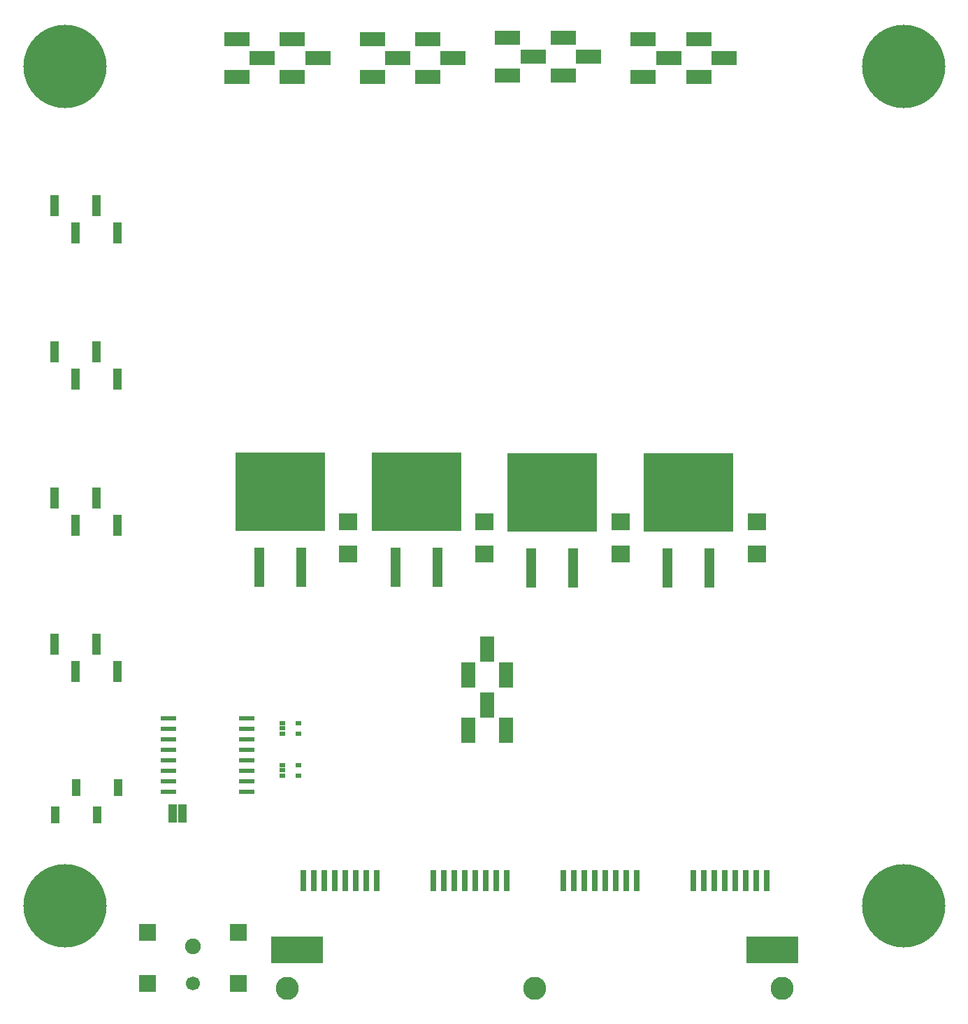
<source format=gts>
G04 #@! TF.GenerationSoftware,KiCad,Pcbnew,(5.1.6)-1*
G04 #@! TF.CreationDate,2022-06-13T23:48:11-07:00*
G04 #@! TF.ProjectId,High current 4x1 LED mux,48696768-2063-4757-9272-656e74203478,rev?*
G04 #@! TF.SameCoordinates,Original*
G04 #@! TF.FileFunction,Soldermask,Top*
G04 #@! TF.FilePolarity,Negative*
%FSLAX46Y46*%
G04 Gerber Fmt 4.6, Leading zero omitted, Abs format (unit mm)*
G04 Created by KiCad (PCBNEW (5.1.6)-1) date 2022-06-13 23:48:11*
%MOMM*%
%LPD*%
G01*
G04 APERTURE LIST*
%ADD10C,10.100000*%
%ADD11R,1.827200X0.633400*%
%ADD12R,1.750000X3.100000*%
%ADD13R,1.100000X2.000000*%
%ADD14R,1.100000X2.610000*%
%ADD15R,0.750000X0.500000*%
%ADD16R,2.100000X2.100000*%
%ADD17C,1.900000*%
%ADD18C,1.700000*%
%ADD19R,3.100000X1.750000*%
%ADD20R,2.259000X2.055800*%
%ADD21R,1.000000X2.270000*%
%ADD22R,1.200000X4.700000*%
%ADD23R,10.900000X9.500000*%
%ADD24C,2.790000*%
%ADD25R,6.320000X3.280000*%
%ADD26R,0.660000X2.640000*%
G04 APERTURE END LIST*
D10*
X188610000Y-147580000D03*
D11*
X109069800Y-133815000D03*
X109069800Y-132545000D03*
X109069800Y-131275000D03*
X109069800Y-130005000D03*
X109069800Y-128735000D03*
X109069800Y-127465000D03*
X109069800Y-126195000D03*
X109069800Y-124925000D03*
X99570200Y-124925000D03*
X99570200Y-126195000D03*
X99570200Y-127465000D03*
X99570200Y-128735000D03*
X99570200Y-130005000D03*
X99570200Y-131275000D03*
X99570200Y-132545000D03*
X99570200Y-133815000D03*
D12*
X135845000Y-119680000D03*
X140415000Y-119680000D03*
X138130000Y-116580000D03*
X140415000Y-126390000D03*
X138130000Y-123290000D03*
X135845000Y-126390000D03*
D13*
X93440000Y-133350000D03*
X88360000Y-133350000D03*
X90900000Y-136650000D03*
X85820000Y-136650000D03*
D14*
X90800000Y-80557500D03*
X85720000Y-80557500D03*
X93340000Y-83867500D03*
X88260000Y-83867500D03*
X90800000Y-98270000D03*
X85720000Y-98270000D03*
X93340000Y-101580000D03*
X88260000Y-101580000D03*
X90800000Y-62845000D03*
X85720000Y-62845000D03*
X93340000Y-66155000D03*
X88260000Y-66155000D03*
X90800000Y-115982500D03*
X85720000Y-115982500D03*
X93340000Y-119292500D03*
X88260000Y-119292500D03*
D15*
X115270000Y-130580000D03*
X115270000Y-131880000D03*
X113370000Y-131230000D03*
X113370000Y-131880000D03*
X113370000Y-130580000D03*
D16*
X108000000Y-157000000D03*
X108000000Y-150800000D03*
X97000000Y-150800000D03*
X97000000Y-157000000D03*
D17*
X102500000Y-152500000D03*
D18*
X102500000Y-157000000D03*
D19*
X114540000Y-42695000D03*
X114540000Y-47265000D03*
X117640000Y-44980000D03*
X107830000Y-47265000D03*
X110930000Y-44980000D03*
X107830000Y-42695000D03*
D20*
X154320000Y-105068500D03*
X154320000Y-101131500D03*
X121320000Y-105068500D03*
X121320000Y-101131500D03*
D21*
X101270000Y-136480000D03*
X100050000Y-136480000D03*
D20*
X137820000Y-105068500D03*
X137820000Y-101131500D03*
D19*
X130956666Y-42695000D03*
X130956666Y-47265000D03*
X134056666Y-44980000D03*
X124246666Y-47265000D03*
X127346666Y-44980000D03*
X124246666Y-42695000D03*
D20*
X170820000Y-105068500D03*
X170820000Y-101131500D03*
D22*
X160005000Y-106750000D03*
X165085000Y-106750000D03*
D23*
X162545000Y-97600000D03*
X129578333Y-97525000D03*
D22*
X132118333Y-106675000D03*
X127038333Y-106675000D03*
D15*
X115270000Y-125490000D03*
X115270000Y-126790000D03*
X113370000Y-126140000D03*
X113370000Y-126790000D03*
X113370000Y-125490000D03*
D24*
X173920000Y-157580000D03*
X113980000Y-157580000D03*
X143950000Y-157580000D03*
D25*
X115170000Y-152990000D03*
X172730000Y-152990000D03*
D26*
X115887500Y-144540000D03*
X117157500Y-144540000D03*
X118427500Y-144540000D03*
X119697500Y-144540000D03*
X120967500Y-144540000D03*
X122237500Y-144540000D03*
X123507500Y-144540000D03*
X124777500Y-144540000D03*
X131632500Y-144540000D03*
X132902500Y-144540000D03*
X134172500Y-144540000D03*
X135442500Y-144540000D03*
X136712500Y-144540000D03*
X137982500Y-144540000D03*
X139252500Y-144540000D03*
X140522500Y-144540000D03*
X147377500Y-144540000D03*
X148647500Y-144540000D03*
X149917500Y-144540000D03*
X151187500Y-144540000D03*
X152457500Y-144540000D03*
X153727500Y-144540000D03*
X154997500Y-144540000D03*
X156267500Y-144540000D03*
X163122500Y-144540000D03*
X164392500Y-144540000D03*
X165662500Y-144540000D03*
X166932500Y-144540000D03*
X168202500Y-144540000D03*
X169472500Y-144540000D03*
X170742500Y-144540000D03*
X172012500Y-144540000D03*
D19*
X163790000Y-42695000D03*
X163790000Y-47265000D03*
X166890000Y-44980000D03*
X157080000Y-47265000D03*
X160180000Y-44980000D03*
X157080000Y-42695000D03*
X147373332Y-42565000D03*
X147373332Y-47135000D03*
X150473332Y-44850000D03*
X140663332Y-47135000D03*
X143763332Y-44850000D03*
X140663332Y-42565000D03*
D23*
X146061666Y-97600000D03*
D22*
X148601666Y-106750000D03*
X143521666Y-106750000D03*
D23*
X113095000Y-97525000D03*
D22*
X115635000Y-106675000D03*
X110555000Y-106675000D03*
D10*
X87000000Y-147600000D03*
X188600000Y-46000000D03*
X87000000Y-46000000D03*
M02*

</source>
